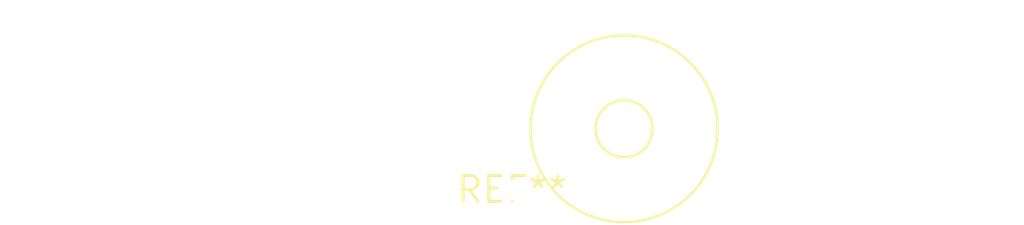
<source format=kicad_pcb>
(kicad_pcb (version 20240108) (generator pcbnew)
  (layers (0 "F.Cu" signal) (31 "B.Cu" signal) (34 "B.Paste" user) (35 "F.Paste" user) (36 "B.SilkS" user "B.Silkscreen") (37 "F.SilkS" user "F.Silkscreen") (38 "B.Mask" user) (39 "F.Mask" user) (44 "Edge.Cuts" user))
  (net 0 "")
  (footprint "Transformer_Toroid_Horizontal_D9.0mm_Amidon-T30" (layer "F.Cu") (at 0 0)
    (property "Reference" "REF**")
    (property "Value" "Transformer_Toroid_Horizontal_D9.0mm_Amidon-T30")
    (fp_circle (center 5.5 -3) (end 6.9 -3.1) (layer "F.SilkS") (stroke (width 0.12)) (fill none))
    (fp_circle (center 5.5 -3) (end 10.1 -3.1) (layer "F.SilkS") (stroke (width 0.12)) (fill none))
    (pad "1" thru_hole circle (at 0 0) (size 2 2) (drill 1) (layers *.Cu *.Mask) (remove_unused_layers))
    (pad "2" thru_hole circle (at 11 0) (size 2 2) (drill 1) (layers *.Cu *.Mask) (remove_unused_layers))
    (pad "3" thru_hole circle (at 0 -6) (size 2 2) (drill 1) (layers *.Cu *.Mask) (remove_unused_layers))
    (pad "4" thru_hole circle (at 11 -6) (size 2 2) (drill 1) (layers *.Cu *.Mask) (remove_unused_layers))
  )
)
</source>
